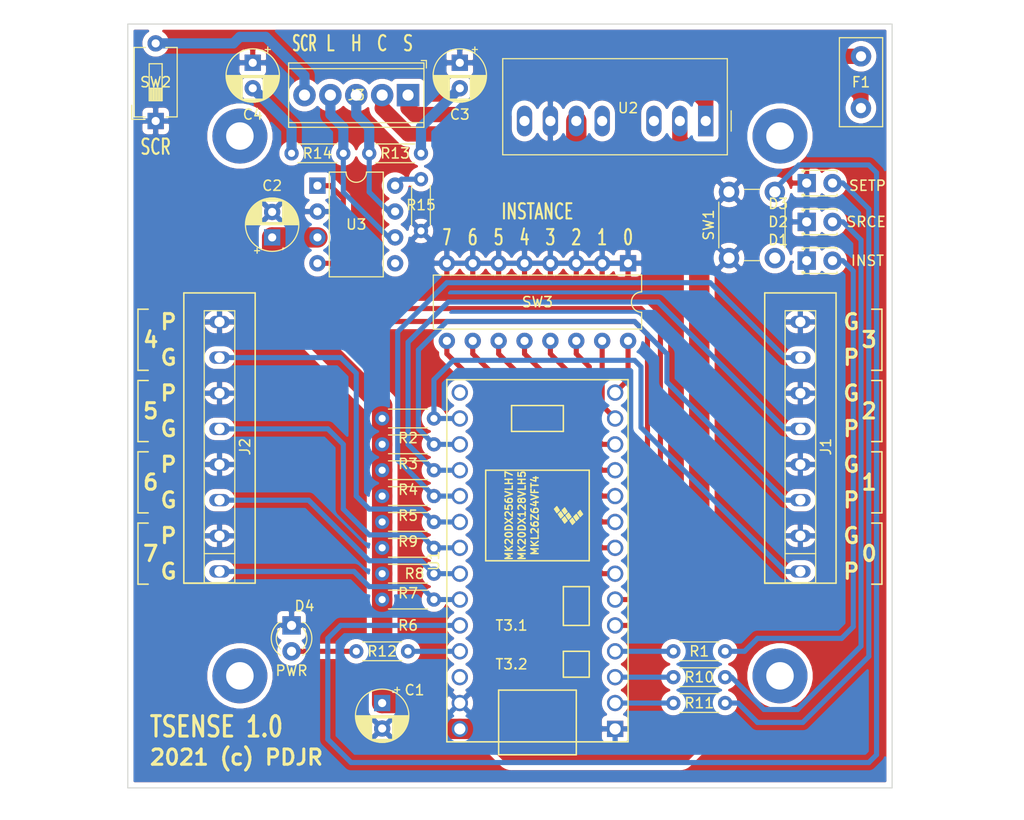
<source format=kicad_pcb>
(kicad_pcb (version 20171130) (host pcbnew 5.1.9-73d0e3b20d~88~ubuntu20.04.1)
  (title_block (title "WININT - windlass interface module") (date 2020-09-16) (rev 1.0) (company "PDJR <preeve@pdjr.eu>"))
  (layers (0 F.Cu signal) (31 B.Cu signal) (35 F.Paste user hide) (37 F.SilkS user) (38 B.Mask user hide) (39 F.Mask user hide) (44 Edge.Cuts user))
  (net 0 "")
  (net 1 GND)
  (net 2 "Net-(C3-Pad2)")
  (net 3 "Net-(C4-Pad2)")
  (net 4 "Net-(F1-Pad2)")
  (net 5 +5V)
  (net 6 /CAN_TX)
  (net 7 /CAN_RX)
  (net 8 /LED_PWR)
  (net 9 /CAN_SCR)
  (net 10 /CAN_L)
  (net 11 /CAN_H)
  (net 12 /NET_S)
  (net 13 /NET_C)
  (net 14 /SENSOR_T0)
  (net 15 /SENSOR_T1)
  (net 16 /SENSOR_T2)
  (net 17 /SENSOR_T3)
  (net 18 /SENSOR_T4)
  (net 19 /SENSOR_T5)
  (net 20 /SENSOR_T6)
  (net 21 /SENSOR_T7)
  (net 22 /ADDR_7)
  (net 23 /ADDR_6)
  (net 24 /ADDR_5)
  (net 25 /ADDR_4)
  (net 26 /ADDR_3)
  (net 27 /ADDR_2)
  (net 28 /ADDR_1)
  (net 29 /ADDR_0)
  (net 30 "Net-(D1-Pad2)")
  (net 31 "Net-(D2-Pad2)")
  (net 32 "Net-(D3-Pad2)")
  (net 33 "Net-(D4-Pad2)")
  (net 34 /LED_INSTANCE)
  (net 35 /LED_SOURCE)
  (net 36 /LED_SETPOINT)
  (net 37 "Net-(R15-Pad2)")
  (net 38 "Net-(SW1-Pad2)")
  (module Resistor_THT:R_Axial_DIN0204_L3.6mm_D1.6mm_P5.08mm_Horizontal (layer F.Cu) (at 166.04 133.35 180)
    (fp_text reference R5 (at 2.54 -1.92) (layer F.SilkS))
    (fp_text value 2K2)
    (pad 2 thru_hole oval (at 5.08 0 180) (size 1.4 1.4) (drill 0.7) (layers *.Cu *.Mask) (net 5 +5V))
    (pad 1 thru_hole circle (at 0 0 180) (size 1.4 1.4) (drill 0.7) (layers *.Cu *.Mask) (net 17 /SENSOR_T3))
  )
  (module Resistor_THT:R_Axial_DIN0204_L3.6mm_D1.6mm_P5.08mm_Horizontal (layer F.Cu) (at 166.04 130.81 180)
    (fp_text reference R4 (at 2.54 -1.92) (layer F.SilkS))
    (fp_text value 2K2)
    (pad 2 thru_hole oval (at 5.08 0 180) (size 1.4 1.4) (drill 0.7) (layers *.Cu *.Mask) (net 5 +5V))
    (pad 1 thru_hole circle (at 0 0 180) (size 1.4 1.4) (drill 0.7) (layers *.Cu *.Mask) (net 16 /SENSOR_T2))
  )
  (module Resistor_THT:R_Axial_DIN0204_L3.6mm_D1.6mm_P5.08mm_Horizontal (layer F.Cu) (at 166.04 125.73 180)
    (fp_text reference R2 (at 2.54 -1.92) (layer F.SilkS))
    (fp_text value 2K2)
    (pad 2 thru_hole oval (at 5.08 0 180) (size 1.4 1.4) (drill 0.7) (layers *.Cu *.Mask) (net 5 +5V))
    (pad 1 thru_hole circle (at 0 0 180) (size 1.4 1.4) (drill 0.7) (layers *.Cu *.Mask) (net 14 /SENSOR_T0))
  )
  (module Resistor_THT:R_Axial_DIN0204_L3.6mm_D1.6mm_P5.08mm_Horizontal (layer F.Cu) (at 166.04 140.97 180)
    (fp_text reference R7 (at 2.54 -1.92) (layer F.SilkS))
    (fp_text value 2K2)
    (pad 2 thru_hole oval (at 5.08 0 180) (size 1.4 1.4) (drill 0.7) (layers *.Cu *.Mask) (net 5 +5V))
    (pad 1 thru_hole circle (at 0 0 180) (size 1.4 1.4) (drill 0.7) (layers *.Cu *.Mask) (net 20 /SENSOR_T6))
  )
  (module Resistor_THT:R_Axial_DIN0204_L3.6mm_D1.6mm_P5.08mm_Horizontal (layer F.Cu) (at 166.04 128.27 180)
    (fp_text reference R3 (at 2.54 -1.92) (layer F.SilkS))
    (fp_text value 2K2)
    (pad 2 thru_hole oval (at 5.08 0 180) (size 1.4 1.4) (drill 0.7) (layers *.Cu *.Mask) (net 5 +5V))
    (pad 1 thru_hole circle (at 0 0 180) (size 1.4 1.4) (drill 0.7) (layers *.Cu *.Mask) (net 15 /SENSOR_T1))
  )
  (module Resistor_THT:R_Axial_DIN0204_L3.6mm_D1.6mm_P5.08mm_Horizontal (layer F.Cu) (at 166.04 138.43 180)
    (fp_text reference R8 (at 1.905 -2.54) (layer F.SilkS))
    (fp_text value 2K2)
    (pad 2 thru_hole oval (at 5.08 0 180) (size 1.4 1.4) (drill 0.7) (layers *.Cu *.Mask) (net 5 +5V))
    (pad 1 thru_hole circle (at 0 0 180) (size 1.4 1.4) (drill 0.7) (layers *.Cu *.Mask) (net 19 /SENSOR_T5))
  )
  (module Resistor_THT:R_Axial_DIN0204_L3.6mm_D1.6mm_P5.08mm_Horizontal (layer F.Cu) (at 166.04 135.89 180)
    (fp_text reference R9 (at 2.54 -1.92) (layer F.SilkS))
    (fp_text value 2K2)
    (pad 2 thru_hole oval (at 5.08 0 180) (size 1.4 1.4) (drill 0.7) (layers *.Cu *.Mask) (net 5 +5V))
    (pad 1 thru_hole circle (at 0 0 180) (size 1.4 1.4) (drill 0.7) (layers *.Cu *.Mask) (net 18 /SENSOR_T4))
  )
  (module Resistor_THT:R_Axial_DIN0204_L3.6mm_D1.6mm_P5.08mm_Horizontal (layer F.Cu) (at 166.04 143.51 180)
    (fp_text reference R6 (at 2.54 -2.54) (layer F.SilkS))
    (fp_text value 2K2)
    (pad 2 thru_hole oval (at 5.08 0 180) (size 1.4 1.4) (drill 0.7) (layers *.Cu *.Mask) (net 5 +5V))
    (pad 1 thru_hole circle (at 0 0 180) (size 1.4 1.4) (drill 0.7) (layers *.Cu *.Mask) (net 21 /SENSOR_T7))
  )
  (module Button_Switch_THT:SW_PUSH_6mm_H4.3mm (layer F.Cu) (at 194.996 109.982 90)
    (fp_text reference SW1 (at 3.25 -2 90) (layer F.SilkS))
    (fp_text value PRG)
    (pad 1 thru_hole circle (at 6.5 0 180) (size 2 2) (drill 1.1) (layers *.Cu *.Mask) (net 1 GND))
    (pad 2 thru_hole circle (at 6.5 4.5 180) (size 2 2) (drill 1.1) (layers *.Cu *.Mask) (net 38 "Net-(SW1-Pad2)"))
    (pad 1 thru_hole circle (at 0 0 180) (size 2 2) (drill 1.1) (layers *.Cu *.Mask) (net 1 GND))
    (pad 2 thru_hole circle (at 0 4.5 180) (size 2 2) (drill 1.1) (layers *.Cu *.Mask) (net 38 "Net-(SW1-Pad2)"))
  )
  (module Button_Switch_THT:SW_DIP_SPSTx01_Slide_6.7x4.1mm_W7.62mm_P2.54mm_LowProfile (layer F.Cu) (at 138.735 96.52 90)
    (fp_text reference SW2 (at 3.81 0 180) (layer F.SilkS))
    (fp_text value SCR (at -2.54 0 180) (layer F.SilkS) (effects (font (size 1.5 1) (thickness 0.2))))
    (pad 2 thru_hole oval (at 7.62 0 90) (size 1.6 1.6) (drill 0.8) (layers *.Cu *.Mask) (net 9 /CAN_SCR))
    (pad 1 thru_hole rect (at 0 0 90) (size 1.6 1.6) (drill 0.8) (layers *.Cu *.Mask) (net 1 GND))
  )
  (module PDJR-connectors:Phoenix-FK-MPT-8-3,5 (layer F.Cu) (at 202 128.5 90)
    (fp_text reference J1 (at 0 2.5 90) (layer F.SilkS))
    (fp_text value Screw_Terminal_01x08)
    (pad 8 thru_hole oval (at 12.25 0 90) (size 1.2 2) (drill 1) (layers *.Cu *.Mask) (net 1 GND))
    (pad 7 thru_hole oval (at 8.75 0 90) (size 1.2 2) (drill 1) (layers *.Cu *.Mask) (net 17 /SENSOR_T3))
    (pad 6 thru_hole oval (at 5.25 0 90) (size 1.2 2) (drill 1) (layers *.Cu *.Mask) (net 1 GND))
    (pad 5 thru_hole oval (at 1.75 0 90) (size 1.2 2) (drill 1) (layers *.Cu *.Mask) (net 16 /SENSOR_T2))
    (pad 4 thru_hole oval (at -1.75 0 90) (size 1.2 2) (drill 1) (layers *.Cu *.Mask) (net 1 GND))
    (pad 3 thru_hole oval (at -5.25 0 90) (size 1.2 2) (drill 1) (layers *.Cu *.Mask) (net 15 /SENSOR_T1))
    (pad 2 thru_hole oval (at -8.75 0 90) (size 1.2 2) (drill 1) (layers *.Cu *.Mask) (net 1 GND))
    (pad 1 thru_hole oval (at -12.25 0 90) (size 1.2 2) (drill 1) (layers *.Cu *.Mask) (net 14 /SENSOR_T0))
  )
  (module PDJR-connectors:Phoenix-FK-MPT-8-3,5 (layer F.Cu) (at 145 128.5 90)
    (fp_text reference J2 (at 0 2.5 90) (layer F.SilkS))
    (fp_text value Screw_Terminal_01x08)
    (pad 8 thru_hole oval (at 12.25 0 90) (size 1.2 2) (drill 1) (layers *.Cu *.Mask) (net 1 GND))
    (pad 7 thru_hole oval (at 8.75 0 90) (size 1.2 2) (drill 1) (layers *.Cu *.Mask) (net 18 /SENSOR_T4))
    (pad 6 thru_hole oval (at 5.25 0 90) (size 1.2 2) (drill 1) (layers *.Cu *.Mask) (net 1 GND))
    (pad 5 thru_hole oval (at 1.75 0 90) (size 1.2 2) (drill 1) (layers *.Cu *.Mask) (net 19 /SENSOR_T5))
    (pad 4 thru_hole oval (at -1.75 0 90) (size 1.2 2) (drill 1) (layers *.Cu *.Mask) (net 1 GND))
    (pad 3 thru_hole oval (at -5.25 0 90) (size 1.2 2) (drill 1) (layers *.Cu *.Mask) (net 20 /SENSOR_T6))
    (pad 2 thru_hole oval (at -8.75 0 90) (size 1.2 2) (drill 1) (layers *.Cu *.Mask) (net 1 GND))
    (pad 1 thru_hole oval (at -12.25 0 90) (size 1.2 2) (drill 1) (layers *.Cu *.Mask) (net 21 /SENSOR_T7))
  )
  (module Resistor_THT:R_Axial_DIN0204_L3.6mm_D1.6mm_P5.08mm_Horizontal (layer F.Cu) (at 189.535 153.67)
    (fp_text reference R11 (at 2.54 0) (layer F.SilkS))
    (fp_text value 200R)
    (pad 2 thru_hole oval (at 5.08 0) (size 1.4 1.4) (drill 0.7) (layers *.Cu *.Mask) (net 32 "Net-(D3-Pad2)"))
    (pad 1 thru_hole circle (at 0 0) (size 1.4 1.4) (drill 0.7) (layers *.Cu *.Mask) (net 36 /LED_SETPOINT))
  )
  (module LED_THT:LED_D1.8mm_W3.3mm_H2.4mm (layer F.Cu) (at 202.616 102.616)
    (fp_text reference D3 (at -2.794 2.032) (layer F.SilkS))
    (fp_text value SETP (at 5.969 0.254) (layer F.SilkS))
    (pad 2 thru_hole circle (at 2.54 0) (size 1.8 1.8) (drill 0.9) (layers *.Cu *.Mask) (net 32 "Net-(D3-Pad2)"))
    (pad 1 thru_hole rect (at 0 0) (size 1.8 1.8) (drill 0.9) (layers *.Cu *.Mask) (net 1 GND))
  )
  (module LED_THT:LED_D1.8mm_W3.3mm_H2.4mm (layer F.Cu) (at 202.616 106.426)
    (fp_text reference D2 (at -2.794 0) (layer F.SilkS))
    (fp_text value SRCE (at 5.842 0) (layer F.SilkS))
    (pad 2 thru_hole circle (at 2.54 0) (size 1.8 1.8) (drill 0.9) (layers *.Cu *.Mask) (net 31 "Net-(D2-Pad2)"))
    (pad 1 thru_hole rect (at 0 0) (size 1.8 1.8) (drill 0.9) (layers *.Cu *.Mask) (net 1 GND))
  )
  (module LED_THT:LED_D1.8mm_W3.3mm_H2.4mm (layer F.Cu) (at 202.616 110.236)
    (fp_text reference D1 (at -2.794 -2.032) (layer F.SilkS))
    (fp_text value INST (at 5.969 0) (layer F.SilkS))
    (pad 2 thru_hole circle (at 2.54 0) (size 1.8 1.8) (drill 0.9) (layers *.Cu *.Mask) (net 30 "Net-(D1-Pad2)"))
    (pad 1 thru_hole rect (at 0 0) (size 1.8 1.8) (drill 0.9) (layers *.Cu *.Mask) (net 1 GND))
  )
  (module Resistor_THT:R_Axial_DIN0204_L3.6mm_D1.6mm_P5.08mm_Horizontal (layer F.Cu) (at 189.535 148.59)
    (fp_text reference R1 (at 2.54 0) (layer F.SilkS))
    (fp_text value 200R)
    (pad 2 thru_hole oval (at 5.08 0) (size 1.4 1.4) (drill 0.7) (layers *.Cu *.Mask) (net 30 "Net-(D1-Pad2)"))
    (pad 1 thru_hole circle (at 0 0) (size 1.4 1.4) (drill 0.7) (layers *.Cu *.Mask) (net 34 /LED_INSTANCE))
  )
  (module PDJR:Teensy30_31_32_LC (layer F.Cu) (at 176.2 139.7 90)
    (fp_text reference U1 (at 0 -10.16 90) (layer F.SilkS))
    (fp_text value Teensy_3.2)
    (fp_text user MK20DX128VLH5 (at 4.445 -1.524 90) (layer F.SilkS) (effects (font (size 0.7 0.7))))
    (fp_text user MKL26Z64VFT4 (at 4.445 -0.254 90) (layer F.SilkS) (effects (font (size 0.7 0.7))))
    (fp_text user MK20DX256VLH7 (at 4.445 -2.794 90) (layer F.SilkS) (effects (font (size 0.7 0.7))))
    (fp_text user T3.1 (at -6.35 -2.54 180) (layer F.SilkS))
    (fp_text user T3.2 (at -10.16 -2.54 180) (layer F.SilkS))
    (pad 1 thru_hole rect (at -16.51 7.62 90) (size 1.6 1.6) (drill 1.1) (layers *.Cu *.Mask) (net 1 GND))
    (pad 2 thru_hole circle (at -13.97 7.62 90) (size 1.6 1.6) (drill 1.1) (layers *.Cu *.Mask) (net 36 /LED_SETPOINT))
    (pad 3 thru_hole circle (at -11.43 7.62 90) (size 1.6 1.6) (drill 1.1) (layers *.Cu *.Mask) (net 35 /LED_SOURCE))
    (pad 4 thru_hole circle (at -8.89 7.62 90) (size 1.6 1.6) (drill 1.1) (layers *.Cu *.Mask) (net 34 /LED_INSTANCE))
    (pad 5 thru_hole circle (at -6.35 7.62 90) (size 1.6 1.6) (drill 1.1) (layers *.Cu *.Mask) (net 6 /CAN_TX))
    (pad 6 thru_hole circle (at -3.81 7.62 90) (size 1.6 1.6) (drill 1.1) (layers *.Cu *.Mask) (net 7 /CAN_RX))
    (pad 7 thru_hole circle (at -1.27 7.62 90) (size 1.6 1.6) (drill 1.1) (layers *.Cu *.Mask) (net 22 /ADDR_7))
    (pad 8 thru_hole circle (at 1.27 7.62 90) (size 1.6 1.6) (drill 1.1) (layers *.Cu *.Mask) (net 23 /ADDR_6))
    (pad 9 thru_hole circle (at 3.81 7.62 90) (size 1.6 1.6) (drill 1.1) (layers *.Cu *.Mask) (net 24 /ADDR_5))
    (pad 10 thru_hole circle (at 6.35 7.62 90) (size 1.6 1.6) (drill 1.1) (layers *.Cu *.Mask) (net 25 /ADDR_4))
    (pad 11 thru_hole circle (at 8.89 7.62 90) (size 1.6 1.6) (drill 1.1) (layers *.Cu *.Mask) (net 26 /ADDR_3))
    (pad 12 thru_hole circle (at 11.43 7.62 90) (size 1.6 1.6) (drill 1.1) (layers *.Cu *.Mask) (net 27 /ADDR_2))
    (pad 13 thru_hole circle (at 13.97 7.62 90) (size 1.6 1.6) (drill 1.1) (layers *.Cu *.Mask) (net 28 /ADDR_1))
    (pad 28 thru_hole circle (at -16.51 -7.62 90) (size 1.6 1.6) (drill 1.1) (layers *.Cu *.Mask) (net 5 +5V))
    (pad 27 thru_hole circle (at -13.97 -7.62 90) (size 1.6 1.6) (drill 1.1) (layers *.Cu *.Mask) (net 1 GND))
    (pad 26 thru_hole circle (at -11.43 -7.62 90) (size 1.6 1.6) (drill 1.1) (layers *.Cu *.Mask))
    (pad 25 thru_hole circle (at -8.89 -7.62 90) (size 1.6 1.6) (drill 1.1) (layers *.Cu *.Mask) (net 8 /LED_PWR))
    (pad 24 thru_hole circle (at -6.35 -7.62 90) (size 1.6 1.6) (drill 1.1) (layers *.Cu *.Mask) (net 38 "Net-(SW1-Pad2)"))
    (pad 23 thru_hole circle (at -3.81 -7.62 90) (size 1.6 1.6) (drill 1.1) (layers *.Cu *.Mask) (net 21 /SENSOR_T7))
    (pad 22 thru_hole circle (at -1.27 -7.62 90) (size 1.6 1.6) (drill 1.1) (layers *.Cu *.Mask) (net 20 /SENSOR_T6))
    (pad 21 thru_hole circle (at 1.27 -7.62 90) (size 1.6 1.6) (drill 1.1) (layers *.Cu *.Mask) (net 19 /SENSOR_T5))
    (pad 20 thru_hole circle (at 3.81 -7.62 90) (size 1.6 1.6) (drill 1.1) (layers *.Cu *.Mask) (net 18 /SENSOR_T4))
    (pad 19 thru_hole circle (at 6.35 -7.62 90) (size 1.6 1.6) (drill 1.1) (layers *.Cu *.Mask) (net 17 /SENSOR_T3))
    (pad 18 thru_hole circle (at 8.89 -7.62 90) (size 1.6 1.6) (drill 1.1) (layers *.Cu *.Mask) (net 16 /SENSOR_T2))
    (pad 17 thru_hole circle (at 11.43 -7.62 90) (size 1.6 1.6) (drill 1.1) (layers *.Cu *.Mask) (net 15 /SENSOR_T1))
    (pad 16 thru_hole circle (at 13.97 -7.62 90) (size 1.6 1.6) (drill 1.1) (layers *.Cu *.Mask) (net 14 /SENSOR_T0))
    (pad 14 thru_hole circle (at 16.51 7.62 90) (size 1.6 1.6) (drill 1.1) (layers *.Cu *.Mask) (net 29 /ADDR_0))
    (pad 15 thru_hole circle (at 16.51 -7.62 90) (size 1.6 1.6) (drill 1.1) (layers *.Cu *.Mask))
  )
  (module LED_THT:LED_D3.0mm_FlatTop (layer F.Cu) (at 152.07 146.05 270)
    (fp_text reference D4 (at -1.905 -1.27 180) (layer F.SilkS))
    (fp_text value PWR (at 4.445 0 180) (layer F.SilkS))
    (pad 2 thru_hole circle (at 2.54 0 270) (size 1.8 1.8) (drill 0.9) (layers *.Cu *.Mask) (net 33 "Net-(D4-Pad2)"))
    (pad 1 thru_hole rect (at 0 0 270) (size 1.8 1.8) (drill 0.9) (layers *.Cu *.Mask) (net 1 GND))
  )
  (module Resistor_THT:R_Axial_DIN0204_L3.6mm_D1.6mm_P5.08mm_Horizontal (layer F.Cu) (at 152.07 99.695)
    (fp_text reference R14 (at 2.54 0) (layer F.SilkS))
    (fp_text value 100R)
    (pad 2 thru_hole oval (at 5.08 0) (size 1.4 1.4) (drill 0.7) (layers *.Cu *.Mask) (net 10 /CAN_L))
    (pad 1 thru_hole circle (at 0 0) (size 1.4 1.4) (drill 0.7) (layers *.Cu *.Mask) (net 3 "Net-(C4-Pad2)"))
  )
  (module Resistor_THT:R_Axial_DIN0204_L3.6mm_D1.6mm_P5.08mm_Horizontal (layer F.Cu) (at 159.69 99.695)
    (fp_text reference R13 (at 2.54 0) (layer F.SilkS))
    (fp_text value 100R)
    (pad 2 thru_hole oval (at 5.08 0) (size 1.4 1.4) (drill 0.7) (layers *.Cu *.Mask) (net 2 "Net-(C3-Pad2)"))
    (pad 1 thru_hole circle (at 0 0) (size 1.4 1.4) (drill 0.7) (layers *.Cu *.Mask) (net 11 /CAN_H))
  )
  (module Resistor_THT:R_Axial_DIN0204_L3.6mm_D1.6mm_P5.08mm_Horizontal (layer F.Cu) (at 164.77 107.315 90)
    (fp_text reference R15 (at 2.54 0 180) (layer F.SilkS))
    (fp_text value 4K7)
    (pad 2 thru_hole oval (at 5.08 0 90) (size 1.4 1.4) (drill 0.7) (layers *.Cu *.Mask) (net 37 "Net-(R15-Pad2)"))
    (pad 1 thru_hole circle (at 0 0 90) (size 1.4 1.4) (drill 0.7) (layers *.Cu *.Mask) (net 1 GND))
  )
  (module Resistor_THT:R_Axial_DIN0204_L3.6mm_D1.6mm_P5.08mm_Horizontal (layer F.Cu) (at 163.5 148.59 180)
    (fp_text reference R12 (at 2.54 0) (layer F.SilkS))
    (fp_text value 200R)
    (pad 2 thru_hole oval (at 5.08 0 180) (size 1.4 1.4) (drill 0.7) (layers *.Cu *.Mask) (net 33 "Net-(D4-Pad2)"))
    (pad 1 thru_hole circle (at 0 0 180) (size 1.4 1.4) (drill 0.7) (layers *.Cu *.Mask) (net 8 /LED_PWR))
  )
  (module Resistor_THT:R_Axial_DIN0204_L3.6mm_D1.6mm_P5.08mm_Horizontal (layer F.Cu) (at 189.535 151.13)
    (fp_text reference R10 (at 2.54 0) (layer F.SilkS))
    (fp_text value 200R)
    (pad 2 thru_hole oval (at 5.08 0) (size 1.4 1.4) (drill 0.7) (layers *.Cu *.Mask) (net 31 "Net-(D2-Pad2)"))
    (pad 1 thru_hole circle (at 0 0) (size 1.4 1.4) (drill 0.7) (layers *.Cu *.Mask) (net 35 /LED_SOURCE))
  )
  (module Package_DIP:DIP-16_W7.62mm (layer F.Cu) (at 185.09 110.49 270)
    (fp_text reference SW3 (at 3.81 8.89 180) (layer F.SilkS))
    (fp_text value INSTANCE (at -5.08 8.89 180) (layer F.SilkS) (effects (font (size 1.5 1) (thickness 0.2))))
    (pad 16 thru_hole oval (at 7.62 0 270) (size 1.6 1.6) (drill 0.8) (layers *.Cu *.Mask) (net 29 /ADDR_0))
    (pad 8 thru_hole oval (at 0 17.78 270) (size 1.6 1.6) (drill 0.8) (layers *.Cu *.Mask) (net 1 GND))
    (pad 15 thru_hole oval (at 7.62 2.54 270) (size 1.6 1.6) (drill 0.8) (layers *.Cu *.Mask) (net 28 /ADDR_1))
    (pad 7 thru_hole oval (at 0 15.24 270) (size 1.6 1.6) (drill 0.8) (layers *.Cu *.Mask) (net 1 GND))
    (pad 14 thru_hole oval (at 7.62 5.08 270) (size 1.6 1.6) (drill 0.8) (layers *.Cu *.Mask) (net 27 /ADDR_2))
    (pad 6 thru_hole oval (at 0 12.7 270) (size 1.6 1.6) (drill 0.8) (layers *.Cu *.Mask) (net 1 GND))
    (pad 13 thru_hole oval (at 7.62 7.62 270) (size 1.6 1.6) (drill 0.8) (layers *.Cu *.Mask) (net 26 /ADDR_3))
    (pad 5 thru_hole oval (at 0 10.16 270) (size 1.6 1.6) (drill 0.8) (layers *.Cu *.Mask) (net 1 GND))
    (pad 12 thru_hole oval (at 7.62 10.16 270) (size 1.6 1.6) (drill 0.8) (layers *.Cu *.Mask) (net 25 /ADDR_4))
    (pad 4 thru_hole oval (at 0 7.62 270) (size 1.6 1.6) (drill 0.8) (layers *.Cu *.Mask) (net 1 GND))
    (pad 11 thru_hole oval (at 7.62 12.7 270) (size 1.6 1.6) (drill 0.8) (layers *.Cu *.Mask) (net 24 /ADDR_5))
    (pad 3 thru_hole oval (at 0 5.08 270) (size 1.6 1.6) (drill 0.8) (layers *.Cu *.Mask) (net 1 GND))
    (pad 10 thru_hole oval (at 7.62 15.24 270) (size 1.6 1.6) (drill 0.8) (layers *.Cu *.Mask) (net 23 /ADDR_6))
    (pad 2 thru_hole oval (at 0 2.54 270) (size 1.6 1.6) (drill 0.8) (layers *.Cu *.Mask) (net 1 GND))
    (pad 9 thru_hole oval (at 7.62 17.78 270) (size 1.6 1.6) (drill 0.8) (layers *.Cu *.Mask) (net 22 /ADDR_7))
    (pad 1 thru_hole rect (at 0 0 270) (size 1.6 1.6) (drill 0.8) (layers *.Cu *.Mask) (net 1 GND))
  )
  (module Capacitor_THT:CP_Radial_D5.0mm_P2.50mm (layer F.Cu) (at 168.58 90.805 270)
    (fp_text reference C3 (at 5.08 0 180) (layer F.SilkS))
    (fp_text value 560p)
    (pad 2 thru_hole circle (at 2.5 0 270) (size 1.6 1.6) (drill 0.8) (layers *.Cu *.Mask) (net 2 "Net-(C3-Pad2)"))
    (pad 1 thru_hole rect (at 0 0 270) (size 1.6 1.6) (drill 0.8) (layers *.Cu *.Mask) (net 1 GND))
  )
  (module Capacitor_THT:CP_Radial_D5.0mm_P2.50mm (layer F.Cu) (at 160.96 153.67 270)
    (fp_text reference C1 (at -1.27 -3.175 180) (layer F.SilkS))
    (fp_text value 100nF)
    (pad 2 thru_hole circle (at 2.5 0 270) (size 1.6 1.6) (drill 0.8) (layers *.Cu *.Mask) (net 1 GND))
    (pad 1 thru_hole rect (at 0 0 270) (size 1.6 1.6) (drill 0.8) (layers *.Cu *.Mask) (net 5 +5V))
  )
  (module Capacitor_THT:CP_Radial_D5.0mm_P2.50mm (layer F.Cu) (at 150.165 107.95 90)
    (fp_text reference C2 (at 5.08 0 180) (layer F.SilkS))
    (fp_text value 100n)
    (pad 2 thru_hole circle (at 2.5 0 90) (size 1.6 1.6) (drill 0.8) (layers *.Cu *.Mask) (net 1 GND))
    (pad 1 thru_hole rect (at 0 0 90) (size 1.6 1.6) (drill 0.8) (layers *.Cu *.Mask) (net 5 +5V))
  )
  (module Capacitor_THT:CP_Radial_D5.0mm_P2.50mm (layer F.Cu) (at 148.26 90.805 270)
    (fp_text reference C4 (at 5.08 0 180) (layer F.SilkS))
    (fp_text value 560p)
    (pad 2 thru_hole circle (at 2.5 0 270) (size 1.6 1.6) (drill 0.8) (layers *.Cu *.Mask) (net 3 "Net-(C4-Pad2)"))
    (pad 1 thru_hole rect (at 0 0 270) (size 1.6 1.6) (drill 0.8) (layers *.Cu *.Mask) (net 1 GND))
  )
  (module Package_DIP:DIP-8_W7.62mm (layer F.Cu) (at 154.61 102.87)
    (fp_text reference U3 (at 3.81 3.81 180) (layer F.SilkS))
    (fp_text value MCP2551-I-P hide)
    (pad 8 thru_hole oval (at 7.62 0) (size 1.6 1.6) (drill 0.8) (layers *.Cu *.Mask) (net 37 "Net-(R15-Pad2)"))
    (pad 4 thru_hole oval (at 0 7.62) (size 1.6 1.6) (drill 0.8) (layers *.Cu *.Mask) (net 7 /CAN_RX))
    (pad 7 thru_hole oval (at 7.62 2.54) (size 1.6 1.6) (drill 0.8) (layers *.Cu *.Mask) (net 11 /CAN_H))
    (pad 3 thru_hole oval (at 0 5.08) (size 1.6 1.6) (drill 0.8) (layers *.Cu *.Mask) (net 5 +5V))
    (pad 6 thru_hole oval (at 7.62 5.08) (size 1.6 1.6) (drill 0.8) (layers *.Cu *.Mask) (net 10 /CAN_L))
    (pad 2 thru_hole oval (at 0 2.54) (size 1.6 1.6) (drill 0.8) (layers *.Cu *.Mask) (net 1 GND))
    (pad 5 thru_hole oval (at 7.62 7.62) (size 1.6 1.6) (drill 0.8) (layers *.Cu *.Mask))
    (pad 1 thru_hole rect (at 0 0) (size 1.6 1.6) (drill 0.8) (layers *.Cu *.Mask) (net 6 /CAN_TX))
  )
  (module Converter_DCDC:Converter_DCDC_TRACO_TMR-xxxx_THT (layer F.Cu) (at 192.71 96.52 180)
    (fp_text reference U2 (at 7.62 1.27) (layer F.SilkS))
    (fp_text value TMR1-1211)
    (pad 8 thru_hole oval (at 17.78 0 180) (size 1.5 3) (drill 1) (layers *.Cu *.Mask))
    (pad 7 thru_hole oval (at 15.24 0 180) (size 1.5 3) (drill 1) (layers *.Cu *.Mask) (net 1 GND))
    (pad 3 thru_hole oval (at 5.08 0 180) (size 1.5 3) (drill 1) (layers *.Cu *.Mask))
    (pad 6 thru_hole oval (at 12.7 0 180) (size 1.5 3) (drill 1) (layers *.Cu *.Mask) (net 5 +5V))
    (pad 5 thru_hole oval (at 10.16 0 180) (size 1.5 3) (drill 1) (layers *.Cu *.Mask))
    (pad 2 thru_hole oval (at 2.54 0 180) (size 1.5 3) (drill 1) (layers *.Cu *.Mask) (net 4 "Net-(F1-Pad2)"))
    (pad 1 thru_hole rect (at 0 0 180) (size 1.5 3) (drill 1) (layers *.Cu *.Mask) (net 13 /NET_C))
  )
  (module TerminalBlock_Phoenix:TerminalBlock_Phoenix_MPT-0,5-5-2.54_1x05_P2.54mm_Horizontal (layer F.Cu) (at 163.5 93.98 180)
    (fp_text reference J3 (at 5.08 0) (layer F.SilkS))
    (fp_text value CAN)
    (pad 5 thru_hole circle (at 10.16 0 180) (size 2.2 2.2) (drill 1.1) (layers *.Cu *.Mask) (net 9 /CAN_SCR))
    (pad 4 thru_hole circle (at 7.62 0 180) (size 2.2 2.2) (drill 1.1) (layers *.Cu *.Mask) (net 10 /CAN_L))
    (pad 3 thru_hole circle (at 5.08 0 180) (size 2.2 2.2) (drill 1.1) (layers *.Cu *.Mask) (net 11 /CAN_H))
    (pad 2 thru_hole circle (at 2.54 0 180) (size 2.2 2.2) (drill 1.1) (layers *.Cu *.Mask) (net 13 /NET_C))
    (pad 1 thru_hole rect (at 0 0 180) (size 2.2 2.2) (drill 1.1) (layers *.Cu *.Mask) (net 12 /NET_S))
  )
  (module MountingHole:MountingHole_2.7mm_M2.5_Pad (layer F.Cu) (at 200 151)
    (fp_text reference REF** hide)
    (fp_text value MountingHole_2.7mm_M2.5_Pad hide)
    (pad 1 thru_hole circle (at 0 0) (size 5.4 5.4) (drill 2.7) (layers *.Cu *.Mask))
  )
  (module MountingHole:MountingHole_2.7mm_M2.5_Pad (layer F.Cu) (at 147 151)
    (fp_text reference REF** hide)
    (fp_text value MountingHole_2.7mm_M2.5_Pad hide)
    (pad 1 thru_hole circle (at 0 0) (size 5.4 5.4) (drill 2.7) (layers *.Cu *.Mask))
  )
  (module MountingHole:MountingHole_2.7mm_M2.5_Pad (layer F.Cu) (at 147 98)
    (fp_text reference REF** hide)
    (fp_text value M2.7 hide)
    (pad 1 thru_hole circle (at 0 0) (size 5.4 5.4) (drill 2.7) (layers *.Cu *.Mask))
  )
  (module MountingHole:MountingHole_2.7mm_M2.5_Pad (layer F.Cu) (at 200 98)
    (fp_text reference REF** hide)
    (fp_text value M2.7 hide)
    (pad 1 thru_hole circle (at 0 0) (size 5.4 5.4) (drill 2.7) (layers *.Cu *.Mask))
  )
  (module Fuse:Fuse_Littelfuse_395Series (layer F.Cu) (at 207.95 90.17 270)
    (fp_text reference F1 (at 2.54 0 180) (layer F.SilkS))
    (fp_text value 1A hide)
    (pad 2 thru_hole circle (at 5.08 0.01 270) (size 2 2) (drill 1) (layers *.Cu *.Mask) (net 4 "Net-(F1-Pad2)"))
    (pad 1 thru_hole circle (at 0 0 270) (size 2 2) (drill 1) (layers *.Cu *.Mask) (net 12 /NET_S))
  )
  (gr_line (start 137 142) (end 138 142) (layer F.SilkS) (width 0.15))
  (gr_line (start 137 136) (end 137 142) (layer F.SilkS) (width 0.15))
  (gr_line (start 138 136) (end 137 136) (layer F.SilkS) (width 0.15))
  (gr_line (start 137 135) (end 138 135) (layer F.SilkS) (width 0.15))
  (gr_line (start 137 129) (end 137 135) (layer F.SilkS) (width 0.15))
  (gr_line (start 138 129) (end 137 129) (layer F.SilkS) (width 0.15))
  (gr_line (start 137 128) (end 138 128) (layer F.SilkS) (width 0.15))
  (gr_line (start 137 122) (end 137 128) (layer F.SilkS) (width 0.15))
  (gr_line (start 138 122) (end 137 122) (layer F.SilkS) (width 0.15))
  (gr_line (start 137 115) (end 138 115) (layer F.SilkS) (width 0.15))
  (gr_line (start 137 121) (end 137 115) (layer F.SilkS) (width 0.15))
  (gr_line (start 138 121) (end 137 121) (layer F.SilkS) (width 0.15))
  (gr_line (start 210 142) (end 209 142) (layer F.SilkS) (width 0.15))
  (gr_line (start 210 136) (end 210 142) (layer F.SilkS) (width 0.15))
  (gr_line (start 209 136) (end 210 136) (layer F.SilkS) (width 0.15))
  (gr_line (start 210 135) (end 209 135) (layer F.SilkS) (width 0.15))
  (gr_line (start 210 129) (end 210 135) (layer F.SilkS) (width 0.15))
  (gr_line (start 209 129) (end 210 129) (layer F.SilkS) (width 0.15))
  (gr_line (start 210 128) (end 209 128) (layer F.SilkS) (width 0.15))
  (gr_line (start 210 122) (end 210 128) (layer F.SilkS) (width 0.15))
  (gr_line (start 209 122) (end 210 122) (layer F.SilkS) (width 0.15))
  (gr_line (start 210 121) (end 209 121) (layer F.SilkS) (width 0.15))
  (gr_line (start 210 115) (end 210 121) (layer F.SilkS) (width 0.15))
  (gr_line (start 209 115) (end 210 115) (layer F.SilkS) (width 0.15))
  (gr_text 0 (at 208.75 139) (layer F.SilkS) (effects (font (size 1.5 1.5) (thickness 0.3))))
  (gr_text 1 (at 208.75 132) (layer F.SilkS) (effects (font (size 1.5 1.5) (thickness 0.3))))
  (gr_text 2 (at 208.75 125) (layer F.SilkS) (effects (font (size 1.5 1.5) (thickness 0.3))))
  (gr_text 3 (at 208.75 118) (layer F.SilkS) (effects (font (size 1.5 1.5) (thickness 0.3))))
  (gr_text P (at 207 140.75) (layer F.SilkS) (effects (font (size 1.5 1.5) (thickness 0.3))))
  (gr_text G (at 207 137.25) (layer F.SilkS) (effects (font (size 1.5 1.5) (thickness 0.3))))
  (gr_text P (at 207 133.75) (layer F.SilkS) (effects (font (size 1.5 1.5) (thickness 0.3))))
  (gr_text G (at 207 130.25) (layer F.SilkS) (effects (font (size 1.5 1.5) (thickness 0.3))))
  (gr_text P (at 207 126.75) (layer F.SilkS) (effects (font (size 1.5 1.5) (thickness 0.3))))
  (gr_text G (at 207 123.25) (layer F.SilkS) (effects (font (size 1.5 1.5) (thickness 0.3))))
  (gr_text G (at 207 116.25) (layer F.SilkS) (effects (font (size 1.5 1.5) (thickness 0.3))))
  (gr_text P (at 207 119.75) (layer F.SilkS) (effects (font (size 1.5 1.5) (thickness 0.3))))
  (gr_text 7 (at 138.25 139) (layer F.SilkS) (effects (font (size 1.5 1.5) (thickness 0.3))))
  (gr_text 6 (at 138.25 132) (layer F.SilkS) (effects (font (size 1.5 1.5) (thickness 0.3))))
  (gr_text 5 (at 138.25 125) (layer F.SilkS) (effects (font (size 1.5 1.5) (thickness 0.3))))
  (gr_text 4 (at 138.25 118) (layer F.SilkS) (effects (font (size 1.5 1.5) (thickness 0.3))))
  (gr_text G (at 140 140.75) (layer F.SilkS) (effects (font (size 1.5 1.5) (thickness 0.3))))
  (gr_text G (at 140 119.75) (layer F.SilkS) (effects (font (size 1.5 1.5) (thickness 0.3))))
  (gr_text G (at 140 126.75) (layer F.SilkS) (effects (font (size 1.5 1.5) (thickness 0.3))))
  (gr_text G (at 140 133.75) (layer F.SilkS) (effects (font (size 1.5 1.5) (thickness 0.3))))
  (gr_text P (at 140 137.25) (layer F.SilkS) (effects (font (size 1.5 1.5) (thickness 0.3))))
  (gr_text P (at 140 130.25) (layer F.SilkS) (effects (font (size 1.5 1.5) (thickness 0.3))))
  (gr_text P (at 140 123.25) (layer F.SilkS) (effects (font (size 1.5 1.5) (thickness 0.3))))
  (gr_text P (at 140 116.25) (layer F.SilkS) (effects (font (size 1.5 1.5) (thickness 0.3))))
  (gr_text 7 (at 167.31 107.95) (layer F.SilkS) (effects (font (size 1.5 0.8) (thickness 0.2))))
  (gr_text SCR (at 153.34 88.9) (layer F.SilkS) (effects (font (size 1.5 0.8) (thickness 0.2))))
  (gr_text 4 (at 174.93 107.95) (layer F.SilkS) (effects (font (size 1.5 1) (thickness 0.2))))
  (gr_line (start 211 162) (end 136 162) (layer Edge.Cuts) (width 0.1))
  (gr_line (start 211 87) (end 211 162) (layer Edge.Cuts) (width 0.1))
  (gr_line (start 136 87) (end 211 87) (layer Edge.Cuts) (width 0.1))
  (gr_line (start 136 162) (end 136 87) (layer Edge.Cuts) (width 0.1))
  (gr_text 6 (at 169.85 107.95) (layer F.SilkS) (effects (font (size 1.5 1) (thickness 0.2))))
  (gr_text 5 (at 172.39 107.95) (layer F.SilkS) (effects (font (size 1.5 1) (thickness 0.2))))
  (gr_text 2 (at 180.01 107.95) (layer F.SilkS) (effects (font (size 1.5 1) (thickness 0.2))))
  (gr_text "2021 (c) PDJR" (at 138 159) (layer F.SilkS) (effects (font (size 1.5 1.5) (thickness 0.3)) (justify left)))
  (gr_text 3 (at 177.47 107.95) (layer F.SilkS) (effects (font (size 1.5 1) (thickness 0.2))))
  (gr_text 1 (at 182.55 107.95) (layer F.SilkS) (effects (font (size 1.5 1) (thickness 0.2))))
  (gr_text "TSENSE 1.0\n" (at 138 156) (layer F.SilkS) (effects (font (size 2 1.5) (thickness 0.3)) (justify left)))
  (gr_text L (at 155.88 88.9) (layer F.SilkS) (effects (font (size 1.5 1) (thickness 0.2))))
  (gr_text H (at 158.42 88.9) (layer F.SilkS) (effects (font (size 1.5 1) (thickness 0.2))))
  (gr_text S (at 163.5 88.9) (layer F.SilkS) (effects (font (size 1.5 1) (thickness 0.2))))
  (gr_text C (at 160.96 88.9) (layer F.SilkS) (effects (font (size 1.5 1) (thickness 0.2))))
  (gr_text 0 (at 185.09 107.95) (layer F.SilkS) (effects (font (size 1.5 1) (thickness 0.2))))
  (segment (start 164.77 97.115) (end 168.58 93.305) (width 1) (layer B.Cu) (net 2))
  (segment (start 164.77 99.695) (end 164.77 97.115) (width 1) (layer B.Cu) (net 2))
  (segment (start 152.07 97.115) (end 148.26 93.305) (width 1) (layer B.Cu) (net 3))
  (segment (start 152.07 99.695) (end 152.07 97.115) (width 1) (layer B.Cu) (net 3))
  (segment (start 207.94 93.99) (end 207.94 95.25) (width 1.5) (layer F.Cu) (net 4))
  (segment (start 207.295 93.345) (end 207.94 93.99) (width 1.5) (layer F.Cu) (net 4))
  (segment (start 197.79 93.345) (end 207.295 93.345) (width 1.5) (layer F.Cu) (net 4))
  (segment (start 190.17 98.425) (end 191.44 99.695) (width 1.5) (layer F.Cu) (net 4))
  (segment (start 190.17 96.52) (end 190.17 98.425) (width 1.5) (layer F.Cu) (net 4))
  (segment (start 195.885 95.25) (end 197.79 93.345) (width 1.5) (layer F.Cu) (net 4))
  (segment (start 194.615 99.695) (end 195.885 98.425) (width 1.5) (layer F.Cu) (net 4))
  (segment (start 195.885 98.425) (end 195.885 95.25) (width 1.5) (layer F.Cu) (net 4))
  (segment (start 191.44 99.695) (end 194.615 99.695) (width 1.5) (layer F.Cu) (net 4))
  (segment (start 166.04 156.21) (end 163.5 153.67) (width 2) (layer F.Cu) (net 5))
  (segment (start 163.5 153.67) (end 160.96 153.67) (width 2) (layer F.Cu) (net 5))
  (segment (start 150.165 107.95) (end 154.61 107.95) (width 2) (layer F.Cu) (net 5))
  (segment (start 190.17 158.75) (end 173.66 158.75) (width 2) (layer F.Cu) (net 5))
  (segment (start 192.075 156.845) (end 190.17 158.75) (width 2) (layer F.Cu) (net 5))
  (segment (start 180.01 99.06) (end 181.28 100.33) (width 2) (layer F.Cu) (net 5))
  (segment (start 173.66 158.75) (end 171.12 156.21) (width 2) (layer F.Cu) (net 5))
  (segment (start 181.28 100.33) (end 186.36 100.33) (width 2) (layer F.Cu) (net 5))
  (segment (start 180.01 96.52) (end 180.01 99.06) (width 2) (layer F.Cu) (net 5))
  (segment (start 192.075 106.045) (end 192.075 156.845) (width 2) (layer F.Cu) (net 5))
  (segment (start 186.36 100.33) (end 192.075 106.045) (width 2) (layer F.Cu) (net 5))
  (segment (start 166.04 156.21) (end 168.58 156.21) (width 2) (layer F.Cu) (net 5))
  (segment (start 168.58 156.21) (end 171.12 156.21) (width 2) (layer F.Cu) (net 5))
  (segment (start 160.96 124.46) (end 160.96 125.73) (width 2) (layer F.Cu) (net 5))
  (segment (start 150.165 113.665) (end 160.96 124.46) (width 2) (layer F.Cu) (net 5))
  (segment (start 150.165 107.95) (end 150.165 113.665) (width 2) (layer F.Cu) (net 5))
  (segment (start 160.96 125.73) (end 160.96 128.27) (width 2) (layer F.Cu) (net 5))
  (segment (start 160.96 128.27) (end 160.96 130.81) (width 2) (layer F.Cu) (net 5))
  (segment (start 160.96 130.81) (end 160.96 133.35) (width 2) (layer F.Cu) (net 5))
  (segment (start 160.96 133.35) (end 160.96 135.89) (width 2) (layer F.Cu) (net 5))
  (segment (start 160.96 135.89) (end 160.96 138.43) (width 2) (layer F.Cu) (net 5))
  (segment (start 160.96 138.43) (end 160.96 140.97) (width 2) (layer F.Cu) (net 5))
  (segment (start 160.96 140.97) (end 160.96 143.51) (width 2) (layer F.Cu) (net 5))
  (segment (start 160.96 143.51) (end 160.96 153.67) (width 2) (layer F.Cu) (net 5))
  (segment (start 185.09 146.05) (end 183.82 146.05) (width 0.5) (layer F.Cu) (net 6))
  (segment (start 188.265 142.875) (end 185.09 146.05) (width 0.5) (layer F.Cu) (net 6))
  (segment (start 188.265 116.84) (end 188.265 142.875) (width 0.5) (layer F.Cu) (net 6))
  (segment (start 155.88 102.87) (end 157.15 104.14) (width 0.5) (layer F.Cu) (net 6))
  (segment (start 186.36 114.935) (end 188.265 116.84) (width 0.5) (layer F.Cu) (net 6))
  (segment (start 154.61 102.87) (end 155.88 102.87) (width 0.5) (layer F.Cu) (net 6))
  (segment (start 157.15 104.14) (end 157.15 109.855) (width 0.5) (layer F.Cu) (net 6))
  (segment (start 157.15 109.855) (end 162.23 114.935) (width 0.5) (layer F.Cu) (net 6))
  (segment (start 162.23 114.935) (end 186.36 114.935) (width 0.5) (layer F.Cu) (net 6))
  (segment (start 185.09 143.51) (end 183.82 143.51) (width 0.5) (layer F.Cu) (net 7))
  (segment (start 155.88 110.49) (end 161.595 116.205) (width 0.5) (layer F.Cu) (net 7))
  (segment (start 186.995 141.605) (end 185.09 143.51) (width 0.5) (layer F.Cu) (net 7))
  (segment (start 161.595 116.205) (end 185.725 116.205) (width 0.5) (layer F.Cu) (net 7))
  (segment (start 185.725 116.205) (end 186.995 117.475) (width 0.5) (layer F.Cu) (net 7))
  (segment (start 154.61 110.49) (end 155.88 110.49) (width 0.5) (layer F.Cu) (net 7))
  (segment (start 186.995 117.475) (end 186.995 141.605) (width 0.5) (layer F.Cu) (net 7))
  (segment (start 163.5 148.59) (end 168.58 148.59) (width 0.5) (layer B.Cu) (net 8))
  (segment (start 146.99 88.265) (end 149.53 88.265) (width 1) (layer B.Cu) (net 9))
  (segment (start 153.34 92.075) (end 153.34 93.98) (width 1) (layer B.Cu) (net 9))
  (segment (start 149.53 88.265) (end 153.34 92.075) (width 1) (layer B.Cu) (net 9))
  (segment (start 146.355 88.9) (end 146.99 88.265) (width 1) (layer B.Cu) (net 9))
  (segment (start 138.735 88.9) (end 146.355 88.9) (width 1) (layer B.Cu) (net 9))
  (segment (start 162.23 107.95) (end 161.595 107.95) (width 0.5) (layer B.Cu) (net 10))
  (segment (start 157.15 103.505) (end 157.15 99.695) (width 0.5) (layer B.Cu) (net 10))
  (segment (start 161.595 107.95) (end 157.15 103.505) (width 0.5) (layer B.Cu) (net 10))
  (segment (start 157.15 99.695) (end 157.15 97.155) (width 1) (layer B.Cu) (net 10))
  (segment (start 155.88 95.885) (end 155.88 93.98) (width 1) (layer B.Cu) (net 10))
  (segment (start 157.15 97.155) (end 155.88 95.885) (width 1) (layer B.Cu) (net 10))
  (segment (start 161.976 105.156) (end 161.468 105.156) (width 0.5) (layer B.Cu) (net 11))
  (segment (start 162.23 105.41) (end 161.595 105.41) (width 0.5) (layer B.Cu) (net 11))
  (segment (start 159.69 103.505) (end 159.69 99.695) (width 0.5) (layer B.Cu) (net 11))
  (segment (start 161.595 105.41) (end 159.69 103.505) (width 0.5) (layer B.Cu) (net 11))
  (segment (start 159.69 99.695) (end 159.69 97.155) (width 1) (layer B.Cu) (net 11))
  (segment (start 158.42 95.885) (end 158.42 93.98) (width 1) (layer B.Cu) (net 11))
  (segment (start 159.69 97.155) (end 158.42 95.885) (width 1) (layer B.Cu) (net 11))
  (segment (start 164.135 95.885) (end 169.215 95.885) (width 1.5) (layer F.Cu) (net 12))
  (segment (start 174.93 90.17) (end 207.95 90.17) (width 1.5) (layer F.Cu) (net 12))
  (segment (start 163.5 93.98) (end 163.5 95.25) (width 1.5) (layer F.Cu) (net 12))
  (segment (start 169.215 95.885) (end 174.93 90.17) (width 1.5) (layer F.Cu) (net 12))
  (segment (start 163.5 95.25) (end 164.135 95.885) (width 1.5) (layer F.Cu) (net 12))
  (segment (start 160.96 93.98) (end 160.96 94.615) (width 1.5) (layer F.Cu) (net 13))
  (segment (start 160.96 94.615) (end 160.96 95.25) (width 1) (layer F.Cu) (net 13))
  (segment (start 160.96 95.25) (end 163.5 97.79) (width 1.5) (layer F.Cu) (net 13))
  (segment (start 163.5 97.79) (end 169.85 97.79) (width 1.5) (layer F.Cu) (net 13))
  (segment (start 169.85 97.79) (end 175.565 92.075) (width 1.5) (layer F.Cu) (net 13))
  (segment (start 175.565 92.075) (end 190.17 92.075) (width 1.5) (layer F.Cu) (net 13))
  (segment (start 192.71 94.615) (end 192.71 96.52) (width 1.5) (layer F.Cu) (net 13))
  (segment (start 190.17 92.075) (end 192.71 94.615) (width 1.5) (layer F.Cu) (net 13))
  (segment (start 166.04 125.73) (end 168.58 125.73) (width 0.5) (layer B.Cu) (net 14))
  (segment (start 200.5 140.75) (end 202 140.75) (width 0.5) (layer B.Cu) (net 14))
  (segment (start 186.36 126.61) (end 200.5 140.75) (width 0.5) (layer B.Cu) (net 14))
  (segment (start 186.36 120.65) (end 186.36 126.61) (width 0.5) (layer B.Cu) (net 14))
  (segment (start 185.725 120.015) (end 186.36 120.65) (width 0.5) (layer B.Cu) (net 14))
  (segment (start 167.945 120.015) (end 185.725 120.015) (width 0.5) (layer B.Cu) (net 14))
  (segment (start 166.04 121.92) (end 167.945 120.015) (width 0.5) (layer B.Cu) (net 14))
  (segment (start 166.04 125.73) (end 166.04 121.92) (width 0.5) (layer B.Cu) (net 14))
  (segment (start 166.04 128.27) (end 168.58 128.27) (width 0.5) (layer B.Cu) (net 15))
  (segment (start 200.5 133.75) (end 202 133.75) (width 0.5) (layer B.Cu) (net 15))
  (segment (start 188.9 122.15) (end 200.5 133.75) (width 0.5) (layer B.Cu) (net 15))
  (segment (start 188.9 119.38) (end 188.9 122.15) (width 0.5) (layer B.Cu) (net 15))
  (segment (start 185.725 116.205) (end 188.9 119.38) (width 0.5) (layer B.Cu) (net 15))
  (segment (start 167.31 116.205) (end 185.725 116.205) (width 0.5) (layer B.Cu) (net 15))
  (segment (start 164.516 118.999) (end 167.31 116.205) (width 0.5) (layer B.Cu) (net 15))
  (segment (start 164.516 126.746) (end 164.516 118.999) (width 0.5) (layer B.Cu) (net 15))
  (segment (start 166.04 128.27) (end 164.516 126.746) (width 0.5) (layer B.Cu) (net 15))
  (segment (start 166.04 130.81) (end 168.58 130.81) (width 0.5) (layer B.Cu) (net 16))
  (segment (start 163.5 118.237) (end 167.437 114.3) (width 0.5) (layer B.Cu) (net 16))
  (segment (start 163.5 128.27) (end 163.5 118.237) (width 0.5) (layer B.Cu) (net 16))
  (segment (start 166.04 130.81) (end 163.5 128.27) (width 0.5) (layer B.Cu) (net 16))
  (segment (start 167.437 114.3) (end 188.05 114.3) (width 0.5) (layer B.Cu) (net 16))
  (segment (start 188.05 114.3) (end 200.5 126.75) (width 0.5) (layer B.Cu) (net 16))
  (segment (start 200.5 126.75) (end 202 126.75) (width 0.5) (layer B.Cu) (net 16))
  (segment (start 168.58 133.35) (end 166.04 133.35) (width 0.5) (layer B.Cu) (net 17))
  (segment (start 167.31 112.395) (end 193.145 112.395) (width 0.5) (layer B.Cu) (net 17))
  (segment (start 162.484 129.794) (end 162.484 117.221) (width 0.5) (layer B.Cu) (net 17))
  (segment (start 162.484 117.221) (end 167.31 112.395) (width 0.5) (layer B.Cu) (net 17))
  (segment (start 166.04 133.35) (end 162.484 129.794) (width 0.5) (layer B.Cu) (net 17))
  (segment (start 193.145 112.395) (end 200.5 119.75) (width 0.5) (layer B.Cu) (net 17))
  (segment (start 200.5 119.75) (end 202 119.75) (width 0.5) (layer B.Cu) (net 17))
  (segment (start 168.58 135.89) (end 166.04 135.89) (width 0.5) (layer B.Cu) (net 18))
  (segment (start 164.77 134.62) (end 166.04 135.89) (width 0.5) (layer B.Cu) (net 18))
  (segment (start 159.69 134.62) (end 164.77 134.62) (width 0.5) (layer B.Cu) (net 18))
  (segment (start 158.42 133.35) (end 159.69 134.62) (width 0.5) (layer B.Cu) (net 18))
  (segment (start 156.885 119.75) (end 158.42 121.285) (width 0.5) (layer B.Cu) (net 18))
  (segment (start 158.42 121.285) (end 158.42 133.35) (width 0.5) (layer B.Cu) (net 18))
  (segment (start 145 119.75) (end 156.885 119.75) (width 0.5) (layer B.Cu) (net 18))
  (segment (start 166.04 138.43) (end 168.58 138.43) (width 0.5) (layer B.Cu) (net 19))
  (segment (start 164.77 137.16) (end 166.04 138.43) (width 0.5) (layer B.Cu) (net 19))
  (segment (start 157.15 134.62) (end 159.69 137.16) (width 0.5) (layer B.Cu) (net 19))
  (segment (start 157.15 128.27) (end 157.15 134.62) (width 0.5) (layer B.Cu) (net 19))
  (segment (start 155.63 126.75) (end 157.15 128.27) (width 0.5) (layer B.Cu) (net 19))
  (segment (start 159.69 137.16) (end 164.77 137.16) (width 0.5) (layer B.Cu) (net 19))
  (segment (start 145 126.75) (end 155.63 126.75) (width 0.5) (layer B.Cu) (net 19))
  (segment (start 166.04 140.97) (end 168.58 140.97) (width 0.5) (layer B.Cu) (net 20))
  (segment (start 164.77 139.7) (end 166.04 140.97) (width 0.5) (layer B.Cu) (net 20))
  (segment (start 159.69 139.7) (end 164.77 139.7) (width 0.5) (layer B.Cu) (net 20))
  (segment (start 153.74 133.75) (end 159.69 139.7) (width 0.5) (layer B.Cu) (net 20))
  (segment (start 145 133.75) (end 153.74 133.75) (width 0.5) (layer B.Cu) (net 20))
  (segment (start 166.04 143.51) (end 168.58 143.51) (width 0.5) (layer B.Cu) (net 21))
  (segment (start 159.69 142.24) (end 164.77 142.24) (width 0.5) (layer B.Cu) (net 21))
  (segment (start 158.2 140.75) (end 159.69 142.24) (width 0.5) (layer B.Cu) (net 21))
  (segment (start 164.77 142.24) (end 166.04 143.51) (width 0.5) (layer B.Cu) (net 21))
  (segment (start 145 140.75) (end 158.2 140.75) (width 0.5) (layer B.Cu) (net 21))
  (segment (start 182.55 140.97) (end 183.82 140.97) (width 0.5) (layer F.Cu) (net 22))
  (segment (start 174.93 127) (end 174.93 133.35) (width 0.5) (layer F.Cu) (net 22))
  (segment (start 167.31 118.11) (end 167.31 119.38) (width 0.5) (layer F.Cu) (net 22))
  (segment (start 174.93 133.35) (end 182.55 140.97) (width 0.5) (layer F.Cu) (net 22))
  (segment (start 167.31 119.38) (end 174.93 127) (width 0.5) (layer F.Cu) (net 22))
  (segment (start 182.55 138.43) (end 183.82 138.43) (width 0.5) (layer F.Cu) (net 23))
  (segment (start 176.2 132.08) (end 182.55 138.43) (width 0.5) (layer F.Cu) (net 23))
  (segment (start 176.2 125.73) (end 176.2 132.08) (width 0.5) (layer F.Cu) (net 23))
  (segment (start 169.85 118.11) (end 169.85 119.38) (width 0.5) (layer F.Cu) (net 23))
  (segment (start 169.85 119.38) (end 176.2 125.73) (width 0.5) (layer F.Cu) (net 23))
  (segment (start 177.47 130.81) (end 182.55 135.89) (width 0.5) (layer F.Cu) (net 24))
  (segment (start 177.47 124.46) (end 177.47 130.81) (width 0.5) (layer F.Cu) (net 24))
  (segment (start 182.55 135.89) (end 183.82 135.89) (width 0.5) (layer F.Cu) (net 24))
  (segment (start 172.39 118.11) (end 172.39 119.38) (width 0.5) (layer F.Cu) (net 24))
  (segment (start 172.39 119.38) (end 177.47 124.46) (width 0.5) (layer F.Cu) (net 24))
  (segment (start 182.55 133.35) (end 183.82 133.35) (width 0.5) (layer F.Cu) (net 25))
  (segment (start 178.74 123.19) (end 178.74 129.54) (width 0.5) (layer F.Cu) (net 25))
  (segment (start 178.74 129.54) (end 182.55 133.35) (width 0.5) (layer F.Cu) (net 25))
  (segment (start 174.93 118.11) (end 174.93 119.38) (width 0.5) (layer F.Cu) (net 25))
  (segment (start 174.93 119.38) (end 178.74 123.19) (width 0.5) (layer F.Cu) (net 25))
  (segment (start 182.55 130.81) (end 183.82 130.81) (width 0.5) (layer F.Cu) (net 26))
  (segment (start 180.01 128.27) (end 182.55 130.81) (width 0.5) (layer F.Cu) (net 26))
  (segment (start 177.47 118.11) (end 177.47 119.38) (width 0.5) (layer F.Cu) (net 26))
  (segment (start 180.01 121.92) (end 180.01 128.27) (width 0.5) (layer F.Cu) (net 26))
  (segment (start 177.47 119.38) (end 180.01 121.92) (width 0.5) (layer F.Cu) (net 26))
  (segment (start 180.01 118.11) (end 180.01 119.38) (width 0.5) (layer F.Cu) (net 27))
  (segment (start 180.01 119.38) (end 181.28 120.65) (width 0.5) (layer F.Cu) (net 27))
  (segment (start 181.28 120.65) (end 181.28 127) (width 0.5) (layer F.Cu) (net 27))
  (segment (start 182.55 128.27) (end 183.82 128.27) (width 0.5) (layer F.Cu) (net 27))
  (segment (start 181.28 127) (end 182.55 128.27) (width 0.5) (layer F.Cu) (net 27))
  (segment (start 182.55 124.46) (end 183.82 125.73) (width 0.5) (layer F.Cu) (net 28))
  (segment (start 182.55 118.11) (end 182.55 124.46) (width 0.5) (layer F.Cu) (net 28))
  (segment (start 185.09 121.92) (end 183.82 123.19) (width 0.5) (layer F.Cu) (net 29))
  (segment (start 185.09 118.11) (end 185.09 121.92) (width 0.5) (layer F.Cu) (net 29))
  (segment (start 207.188 111.252) (end 206.172 110.236) (width 0.5) (layer B.Cu) (net 30))
  (segment (start 206.172 110.236) (end 205.156 110.236) (width 0.5) (layer B.Cu) (net 30))
  (segment (start 194.615 148.59) (end 196.52 148.59) (width 0.5) (layer B.Cu) (net 30))
  (segment (start 196.52 148.59) (end 197.79 147.32) (width 0.5) (layer B.Cu) (net 30))
  (segment (start 197.79 147.32) (end 206.045 147.32) (width 0.5) (layer B.Cu) (net 30))
  (segment (start 206.045 147.32) (end 207.188 146.177) (width 0.5) (layer B.Cu) (net 30))
  (segment (start 207.188 146.177) (end 207.188 111.252) (width 0.5) (layer B.Cu) (net 30))
  (segment (start 205.156 106.426) (end 205.918 106.426) (width 0.5) (layer B.Cu) (net 31))
  (segment (start 207.95 108.204) (end 206.172 106.426) (width 0.5) (layer B.Cu) (net 31))
  (segment (start 195.25 151.13) (end 198.425 154.305) (width 0.5) (layer B.Cu) (net 31))
  (segment (start 207.95 148.082) (end 207.95 108.204) (width 0.5) (layer B.Cu) (net 31))
  (segment (start 194.615 151.13) (end 195.25 151.13) (width 0.5) (layer B.Cu) (net 31))
  (segment (start 198.425 154.305) (end 201.727 154.305) (width 0.5) (layer B.Cu) (net 31))
  (segment (start 206.172 106.426) (end 205.156 106.426) (width 0.5) (layer B.Cu) (net 31))
  (segment (start 201.727 154.305) (end 207.95 148.082) (width 0.5) (layer B.Cu) (net 31))
  (segment (start 206.172 102.616) (end 205.156 102.616) (width 0.5) (layer B.Cu) (net 32))
  (segment (start 208.712 105.156) (end 206.172 102.616) (width 0.5) (layer B.Cu) (net 32))
  (segment (start 194.615 153.67) (end 195.885 153.67) (width 0.5) (layer B.Cu) (net 32))
  (segment (start 197.79 155.575) (end 202.235 155.575) (width 0.5) (layer B.Cu) (net 32))
  (segment (start 202.235 155.575) (end 208.712 149.098) (width 0.5) (layer B.Cu) (net 32))
  (segment (start 195.885 153.67) (end 197.79 155.575) (width 0.5) (layer B.Cu) (net 32))
  (segment (start 208.712 149.098) (end 208.712 105.156) (width 0.5) (layer B.Cu) (net 32))
  (segment (start 162.865 102.235) (end 162.23 102.87) (width 0.5) (layer B.Cu) (net 37))
  (segment (start 164.77 102.235) (end 162.865 102.235) (width 0.5) (layer B.Cu) (net 37))
  (segment (start 152.07 148.59) (end 158.42 148.59) (width 0.5) (layer F.Cu) (net 33))
  (segment (start 183.82 148.59) (end 189.535 148.59) (width 0.5) (layer B.Cu) (net 34))
  (segment (start 183.82 151.13) (end 189.535 151.13) (width 0.5) (layer B.Cu) (net 35))
  (segment (start 157.912 159.512) (end 208.712 159.512) (width 0.5) (layer B.Cu) (net 38))
  (segment (start 168.58 146.05) (end 156.896 146.05) (width 0.5) (layer B.Cu) (net 38))
  (segment (start 156.896 146.05) (end 155.626 147.32) (width 0.5) (layer B.Cu) (net 38))
  (segment (start 155.626 157.226) (end 157.912 159.512) (width 0.5) (layer B.Cu) (net 38))
  (segment (start 208.712 100.838) (end 201.854 100.838) (width 0.5) (layer B.Cu) (net 38))
  (segment (start 208.712 159.512) (end 209.474 158.75) (width 0.5) (layer B.Cu) (net 38))
  (segment (start 209.474 158.75) (end 209.474 101.6) (width 0.5) (layer B.Cu) (net 38))
  (segment (start 209.474 101.6) (end 208.712 100.838) (width 0.5) (layer B.Cu) (net 38))
  (segment (start 155.626 147.32) (end 155.626 157.226) (width 0.5) (layer B.Cu) (net 38))
  (segment (start 199.496 103.196) (end 201.6 101.092) (width 0.5) (layer B.Cu) (net 38))
  (segment (start 199.496 103.482) (end 199.496 103.196) (width 0.5) (layer B.Cu) (net 38))
  (segment (start 201.6 101.092) (end 201.092 101.6) (width 0.5) (layer B.Cu) (net 38))
  (segment (start 201.854 100.838) (end 201.6 101.092) (width 0.5) (layer B.Cu) (net 38))
  (segment (start 183.82 153.67) (end 189.535 153.67) (width 0.5) (layer B.Cu) (net 36))
  (zone (net 1) (net_name GND) (layer F.Cu) (connect_pads (clearance 0.508)) (min_thickness 0.254) (fill yes (arc_segments 32) (thermal_gap 0.508) (thermal_bridge_width 0.508))
    (polygon (pts (xy 211 162) (xy 136 162) (xy 136 87) (xy 211 87)))
  )
  (zone (net 1) (net_name GND) (layer B.Cu) (connect_pads (clearance 0.508)) (min_thickness 0.254) (fill yes (arc_segments 32) (thermal_gap 0.508) (thermal_bridge_width 0.508))
    (polygon (pts (xy 211 162) (xy 136 162) (xy 136 87) (xy 211 87)))
  )
)
</source>
